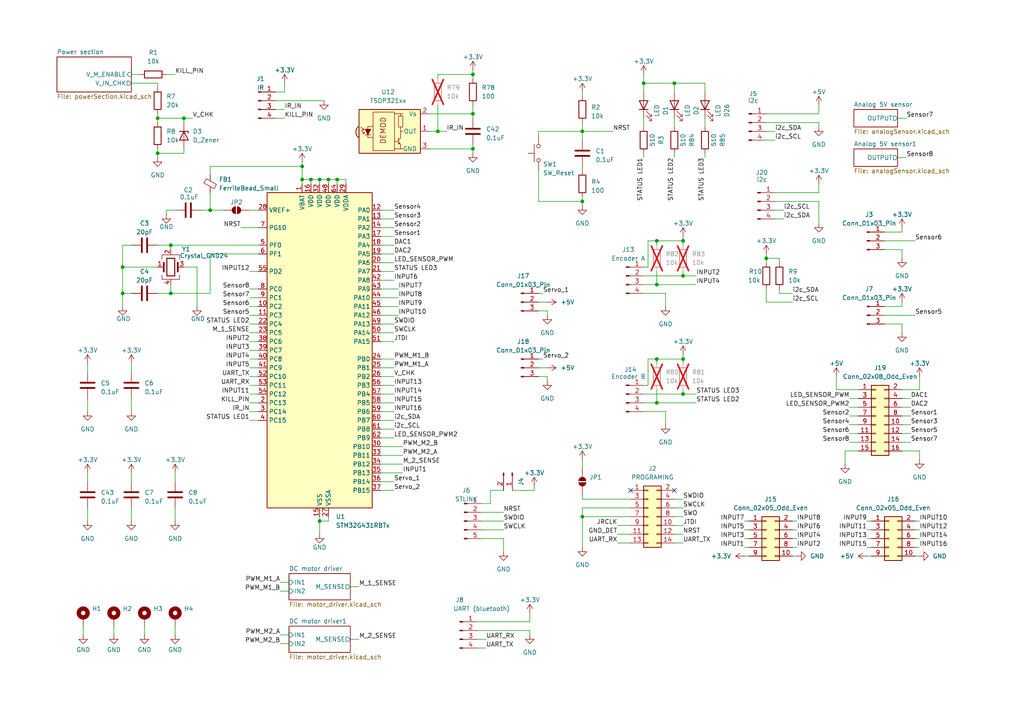
<source format=kicad_sch>
(kicad_sch (version 20250114) (generator "eeschema") (generator_version "9.0")
  (paper "A4")
  (junction (at 190.5 82.55))
  (junction (at 137.16 21.59))
  (junction (at 168.91 58.42))
  (junction (at 49.53 85.09))
  (junction (at 198.12 80.01))
  (junction (at 190.5 116.84))
  (junction (at 222.25 74.93))
  (junction (at 35.56 77.47))
  (junction (at 195.58 24.13))
  (junction (at 92.71 52.07))
  (junction (at 60.96 60.96))
  (junction (at 190.5 104.14))
  (junction (at 198.12 69.85))
  (junction (at 127 38.1))
  (junction (at 198.12 114.3))
  (junction (at 92.71 151.13))
  (junction (at 53.34 34.29))
  (junction (at 45.72 34.29))
  (junction (at 87.63 48.26))
  (junction (at 45.72 44.45))
  (junction (at 168.91 38.1))
  (junction (at 137.16 33.02))
  (junction (at 90.17 52.07))
  (junction (at 49.53 71.12))
  (junction (at 137.16 43.18))
  (junction (at 198.12 104.14))
  (junction (at 87.63 52.07))
  (junction (at 190.5 69.85))
  (junction (at 97.79 52.07))
  (junction (at 35.56 85.09))
  (junction (at 168.91 149.86))
  (junction (at 186.69 24.13))
  (junction (at 95.25 52.07))
  (no_connect (at 182.88 142.24))
  (no_connect (at 195.58 142.24))
  (wire (pts (xy 158.75 90.17) (xy 158.75 91.44)))
  (wire (pts (xy 110.49 134.62) (xy 116.84 134.62)))
  (wire (pts (xy 92.71 52.07) (xy 90.17 52.07)))
  (wire (pts (xy 139.7 151.13) (xy 146.05 151.13)))
  (wire (pts (xy 224.79 55.88) (xy 237.49 55.88)))
  (wire (pts (xy 229.87 161.29) (xy 231.14 161.29)))
  (wire (pts (xy 168.91 144.78) (xy 182.88 144.78)))
  (wire (pts (xy 127 22.86) (xy 127 21.59)))
  (wire (pts (xy 142.24 146.05) (xy 139.7 146.05)))
  (wire (pts (xy 226.06 76.2) (xy 226.06 74.93)))
  (wire (pts (xy 142.24 142.24) (xy 146.05 142.24)))
  (wire (pts (xy 168.91 143.51) (xy 168.91 144.78)))
  (wire (pts (xy 157.48 104.14) (xy 156.21 104.14)))
  (wire (pts (xy 97.79 52.07) (xy 95.25 52.07)))
  (wire (pts (xy 245.11 134.62) (xy 245.11 130.81)))
  (wire (pts (xy 215.9 153.67) (xy 217.17 153.67)))
  (wire (pts (xy 50.8 181.61) (xy 50.8 184.15)))
  (wire (pts (xy 179.07 157.48) (xy 182.88 157.48)))
  (wire (pts (xy 127 21.59) (xy 137.16 21.59)))
  (wire (pts (xy 139.7 148.59) (xy 146.05 148.59)))
  (wire (pts (xy 156.21 58.42) (xy 156.21 49.53)))
  (wire (pts (xy 256.54 93.98) (xy 261.62 93.98)))
  (wire (pts (xy 190.5 82.55) (xy 201.93 82.55)))
  (wire (pts (xy 168.91 38.1) (xy 177.8 38.1)))
  (wire (pts (xy 246.38 115.57) (xy 248.92 115.57)))
  (wire (pts (xy 87.63 46.99) (xy 87.63 48.26)))
  (wire (pts (xy 186.69 80.01) (xy 198.12 80.01)))
  (wire (pts (xy 97.79 53.34) (xy 97.79 52.07)))
  (wire (pts (xy 82.55 26.67) (xy 82.55 24.13)))
  (wire (pts (xy 246.38 123.19) (xy 248.92 123.19)))
  (wire (pts (xy 50.8 60.96) (xy 48.26 60.96)))
  (wire (pts (xy 195.58 157.48) (xy 198.12 157.48)))
  (wire (pts (xy 168.91 38.1) (xy 168.91 40.64)))
  (wire (pts (xy 72.39 88.9) (xy 74.93 88.9)))
  (wire (pts (xy 72.39 78.74) (xy 74.93 78.74)))
  (wire (pts (xy 114.3 106.68) (xy 110.49 106.68)))
  (wire (pts (xy 242.57 113.03) (xy 248.92 113.03)))
  (wire (pts (xy 193.04 88.9) (xy 193.04 85.09)))
  (wire (pts (xy 25.4 139.7) (xy 25.4 137.16)))
  (wire (pts (xy 110.49 114.3) (xy 114.3 114.3)))
  (wire (pts (xy 187.96 77.47) (xy 186.69 77.47)))
  (wire (pts (xy 48.26 60.96) (xy 48.26 62.23)))
  (wire (pts (xy 195.58 34.29) (xy 195.58 36.83)))
  (wire (pts (xy 256.54 72.39) (xy 261.62 72.39)))
  (wire (pts (xy 49.53 72.39) (xy 49.53 71.12)))
  (wire (pts (xy 262.89 45.72) (xy 260.35 45.72)))
  (wire (pts (xy 81.28 186.69) (xy 83.82 186.69)))
  (wire (pts (xy 124.46 43.18) (xy 137.16 43.18)))
  (wire (pts (xy 114.3 119.38) (xy 110.49 119.38)))
  (wire (pts (xy 154.94 142.24) (xy 148.59 142.24)))
  (wire (pts (xy 157.48 85.09) (xy 156.21 85.09)))
  (wire (pts (xy 45.72 71.12) (xy 49.53 71.12)))
  (wire (pts (xy 179.07 154.94) (xy 182.88 154.94)))
  (wire (pts (xy 24.13 181.61) (xy 24.13 184.15)))
  (wire (pts (xy 95.25 52.07) (xy 92.71 52.07)))
  (wire (pts (xy 237.49 55.88) (xy 237.49 53.34)))
  (wire (pts (xy 261.62 88.9) (xy 261.62 87.63)))
  (wire (pts (xy 35.56 85.09) (xy 35.56 88.9)))
  (wire (pts (xy 115.57 91.44) (xy 110.49 91.44)))
  (wire (pts (xy 53.34 34.29) (xy 53.34 35.56)))
  (wire (pts (xy 195.58 24.13) (xy 195.58 26.67)))
  (wire (pts (xy 153.67 180.34) (xy 153.67 177.8)))
  (wire (pts (xy 87.63 52.07) (xy 87.63 53.34)))
  (wire (pts (xy 69.85 66.04) (xy 74.93 66.04)))
  (wire (pts (xy 110.49 121.92) (xy 114.3 121.92)))
  (wire (pts (xy 101.6 170.18) (xy 104.14 170.18)))
  (wire (pts (xy 137.16 33.02) (xy 137.16 34.29)))
  (wire (pts (xy 264.16 125.73) (xy 261.62 125.73)))
  (wire (pts (xy 138.43 180.34) (xy 153.67 180.34)))
  (wire (pts (xy 226.06 83.82) (xy 226.06 85.09)))
  (wire (pts (xy 127 38.1) (xy 124.46 38.1)))
  (wire (pts (xy 57.15 77.47) (xy 57.15 88.9)))
  (wire (pts (xy 198.12 69.85) (xy 198.12 68.58)))
  (wire (pts (xy 251.46 158.75) (xy 252.73 158.75)))
  (wire (pts (xy 231.14 158.75) (xy 229.87 158.75)))
  (wire (pts (xy 265.43 161.29) (xy 266.7 161.29)))
  (wire (pts (xy 114.3 139.7) (xy 110.49 139.7)))
  (wire (pts (xy 35.56 77.47) (xy 35.56 85.09)))
  (wire (pts (xy 186.69 21.59) (xy 186.69 24.13)))
  (wire (pts (xy 198.12 104.14) (xy 198.12 102.87)))
  (wire (pts (xy 187.96 104.14) (xy 190.5 104.14)))
  (wire (pts (xy 81.28 171.45) (xy 83.82 171.45)))
  (wire (pts (xy 110.49 96.52) (xy 114.3 96.52)))
  (wire (pts (xy 193.04 123.19) (xy 193.04 119.38)))
  (wire (pts (xy 25.4 115.57) (xy 25.4 119.38)))
  (wire (pts (xy 114.3 81.28) (xy 110.49 81.28)))
  (wire (pts (xy 142.24 142.24) (xy 142.24 146.05)))
  (wire (pts (xy 129.54 38.1) (xy 127 38.1)))
  (wire (pts (xy 198.12 78.74) (xy 198.12 80.01)))
  (wire (pts (xy 198.12 113.03) (xy 198.12 114.3)))
  (wire (pts (xy 260.35 34.29) (xy 262.89 34.29)))
  (wire (pts (xy 237.49 36.83) (xy 237.49 35.56)))
  (wire (pts (xy 72.39 99.06) (xy 74.93 99.06)))
  (wire (pts (xy 222.25 38.1) (xy 224.79 38.1)))
  (wire (pts (xy 137.16 43.18) (xy 137.16 44.45)))
  (wire (pts (xy 187.96 104.14) (xy 187.96 111.76)))
  (wire (pts (xy 110.49 137.16) (xy 116.84 137.16)))
  (wire (pts (xy 72.39 111.76) (xy 74.93 111.76)))
  (wire (pts (xy 110.49 63.5) (xy 114.3 63.5)))
  (wire (pts (xy 110.49 71.12) (xy 114.3 71.12)))
  (wire (pts (xy 138.43 187.96) (xy 140.97 187.96)))
  (wire (pts (xy 53.34 77.47) (xy 57.15 77.47)))
  (wire (pts (xy 90.17 52.07) (xy 90.17 53.34)))
  (wire (pts (xy 222.25 74.93) (xy 226.06 74.93)))
  (wire (pts (xy 60.96 73.66) (xy 74.93 73.66)))
  (wire (pts (xy 168.91 58.42) (xy 168.91 59.69)))
  (wire (pts (xy 266.7 133.35) (xy 266.7 130.81)))
  (wire (pts (xy 49.53 71.12) (xy 74.93 71.12)))
  (wire (pts (xy 198.12 69.85) (xy 198.12 71.12)))
  (wire (pts (xy 87.63 52.07) (xy 90.17 52.07)))
  (wire (pts (xy 97.79 52.07) (xy 100.33 52.07)))
  (wire (pts (xy 251.46 161.29) (xy 252.73 161.29)))
  (wire (pts (xy 265.43 156.21) (xy 266.7 156.21)))
  (wire (pts (xy 38.1 107.95) (xy 38.1 105.41)))
  (wire (pts (xy 114.3 142.24) (xy 110.49 142.24)))
  (wire (pts (xy 35.56 71.12) (xy 38.1 71.12)))
  (wire (pts (xy 138.43 185.42) (xy 140.97 185.42)))
  (wire (pts (xy 139.7 156.21) (xy 146.05 156.21)))
  (wire (pts (xy 92.71 52.07) (xy 92.71 53.34)))
  (wire (pts (xy 261.62 72.39) (xy 261.62 74.93)))
  (wire (pts (xy 168.91 149.86) (xy 182.88 149.86)))
  (wire (pts (xy 266.7 113.03) (xy 261.62 113.03)))
  (wire (pts (xy 72.39 96.52) (xy 74.93 96.52)))
  (wire (pts (xy 215.9 158.75) (xy 217.17 158.75)))
  (wire (pts (xy 60.96 60.96) (xy 64.77 60.96)))
  (wire (pts (xy 49.53 85.09) (xy 60.96 85.09)))
  (wire (pts (xy 50.8 139.7) (xy 50.8 137.16)))
  (wire (pts (xy 226.06 85.09) (xy 229.87 85.09)))
  (wire (pts (xy 110.49 109.22) (xy 114.3 109.22)))
  (wire (pts (xy 87.63 48.26) (xy 87.63 52.07)))
  (wire (pts (xy 153.67 184.15) (xy 153.67 182.88)))
  (wire (pts (xy 38.1 115.57) (xy 38.1 119.38)))
  (wire (pts (xy 137.16 41.91) (xy 137.16 43.18)))
  (wire (pts (xy 190.5 104.14) (xy 198.12 104.14)))
  (wire (pts (xy 92.71 151.13) (xy 92.71 154.94)))
  (wire (pts (xy 45.72 34.29) (xy 45.72 35.56)))
  (wire (pts (xy 87.63 48.26) (xy 60.96 48.26)))
  (wire (pts (xy 58.42 60.96) (xy 60.96 60.96)))
  (wire (pts (xy 168.91 58.42) (xy 168.91 57.15)))
  (wire (pts (xy 33.02 181.61) (xy 33.02 184.15)))
  (wire (pts (xy 72.39 116.84) (xy 74.93 116.84)))
  (wire (pts (xy 204.47 24.13) (xy 204.47 26.67)))
  (wire (pts (xy 110.49 132.08) (xy 116.84 132.08)))
  (wire (pts (xy 190.5 116.84) (xy 201.93 116.84)))
  (wire (pts (xy 49.53 85.09) (xy 45.72 85.09)))
  (wire (pts (xy 246.38 128.27) (xy 248.92 128.27)))
  (wire (pts (xy 179.07 152.4) (xy 182.88 152.4)))
  (wire (pts (xy 80.01 31.75) (xy 82.55 31.75)))
  (wire (pts (xy 80.01 26.67) (xy 82.55 26.67)))
  (wire (pts (xy 110.49 127) (xy 114.3 127)))
  (wire (pts (xy 264.16 118.11) (xy 261.62 118.11)))
  (wire (pts (xy 110.49 76.2) (xy 114.3 76.2)))
  (wire (pts (xy 110.49 93.98) (xy 114.3 93.98)))
  (wire (pts (xy 193.04 119.38) (xy 186.69 119.38)))
  (wire (pts (xy 139.7 153.67) (xy 146.05 153.67)))
  (wire (pts (xy 246.38 125.73) (xy 248.92 125.73)))
  (wire (pts (xy 45.72 33.02) (xy 45.72 34.29)))
  (wire (pts (xy 154.94 140.97) (xy 154.94 142.24)))
  (wire (pts (xy 168.91 48.26) (xy 168.91 49.53)))
  (wire (pts (xy 222.25 33.02) (xy 237.49 33.02)))
  (wire (pts (xy 110.49 78.74) (xy 114.3 78.74)))
  (wire (pts (xy 261.62 120.65) (xy 264.16 120.65)))
  (wire (pts (xy 186.69 82.55) (xy 190.5 82.55)))
  (wire (pts (xy 72.39 119.38) (xy 74.93 119.38)))
  (wire (pts (xy 115.57 86.36) (xy 110.49 86.36)))
  (wire (pts (xy 137.16 20.32) (xy 137.16 21.59)))
  (wire (pts (xy 198.12 80.01) (xy 201.93 80.01)))
  (wire (pts (xy 95.25 53.34) (xy 95.25 52.07)))
  (wire (pts (xy 100.33 52.07) (xy 100.33 53.34)))
  (wire (pts (xy 186.69 34.29) (xy 186.69 36.83)))
  (wire (pts (xy 72.39 121.92) (xy 74.93 121.92)))
  (wire (pts (xy 35.56 71.12) (xy 35.56 77.47)))
  (wire (pts (xy 186.69 44.45) (xy 186.69 45.72)))
  (wire (pts (xy 53.34 44.45) (xy 45.72 44.45)))
  (wire (pts (xy 35.56 85.09) (xy 38.1 85.09)))
  (wire (pts (xy 256.54 67.31) (xy 261.62 67.31)))
  (wire (pts (xy 168.91 147.32) (xy 182.88 147.32)))
  (wire (pts (xy 261.62 123.19) (xy 264.16 123.19)))
  (wire (pts (xy 224.79 63.5) (xy 227.33 63.5)))
  (wire (pts (xy 115.57 83.82) (xy 110.49 83.82)))
  (wire (pts (xy 38.1 139.7) (xy 38.1 137.16)))
  (wire (pts (xy 114.3 116.84) (xy 110.49 116.84)))
  (wire (pts (xy 45.72 43.18) (xy 45.72 44.45)))
  (wire (pts (xy 72.39 60.96) (xy 74.93 60.96)))
  (wire (pts (xy 256.54 88.9) (xy 261.62 88.9)))
  (wire (pts (xy 60.96 85.09) (xy 60.96 73.66)))
  (wire (pts (xy 35.56 77.47) (xy 45.72 77.47)))
  (wire (pts (xy 101.6 185.42) (xy 104.14 185.42)))
  (wire (pts (xy 110.49 129.54) (xy 116.84 129.54)))
  (wire (pts (xy 114.3 68.58) (xy 110.49 68.58)))
  (wire (pts (xy 190.5 113.03) (xy 190.5 116.84)))
  (wire (pts (xy 261.62 67.31) (xy 261.62 66.04)))
  (wire (pts (xy 156.21 106.68) (xy 158.75 106.68)))
  (wire (pts (xy 72.39 114.3) (xy 74.93 114.3)))
  (wire (pts (xy 266.7 109.22) (xy 266.7 113.03)))
  (wire (pts (xy 80.01 29.21) (xy 93.98 29.21)))
  (wire (pts (xy 190.5 69.85) (xy 198.12 69.85)))
  (wire (pts (xy 156.21 90.17) (xy 158.75 90.17)))
  (wire (pts (xy 168.91 149.86) (xy 168.91 158.75)))
  (wire (pts (xy 222.25 74.93) (xy 222.25 76.2)))
  (wire (pts (xy 195.58 154.94) (xy 198.12 154.94)))
  (wire (pts (xy 186.69 24.13) (xy 186.69 26.67)))
  (wire (pts (xy 50.8 147.32) (xy 50.8 151.13)))
  (wire (pts (xy 168.91 35.56) (xy 168.91 38.1)))
  (wire (pts (xy 224.79 60.96) (xy 227.33 60.96)))
  (wire (pts (xy 187.96 69.85) (xy 187.96 77.47)))
  (wire (pts (xy 195.58 144.78) (xy 198.12 144.78)))
  (wire (pts (xy 256.54 91.44) (xy 265.43 91.44)))
  (wire (pts (xy 48.26 21.59) (xy 50.8 21.59)))
  (wire (pts (xy 115.57 88.9) (xy 110.49 88.9)))
  (wire (pts (xy 25.4 147.32) (xy 25.4 151.13)))
  (wire (pts (xy 110.49 60.96) (xy 114.3 60.96)))
  (wire (pts (xy 237.49 33.02) (xy 237.49 30.48)))
  (wire (pts (xy 25.4 107.95) (xy 25.4 105.41)))
  (wire (pts (xy 45.72 25.4) (xy 45.72 24.13)))
  (wire (pts (xy 237.49 35.56) (xy 222.25 35.56)))
  (wire (pts (xy 264.16 115.57) (xy 261.62 115.57)))
  (wire (pts (xy 41.91 181.61) (xy 41.91 184.15)))
  (wire (pts (xy 187.96 111.76) (xy 186.69 111.76)))
  (wire (pts (xy 45.72 24.13) (xy 38.1 24.13)))
  (wire (pts (xy 72.39 91.44) (xy 74.93 91.44)))
  (wire (pts (xy 186.69 114.3) (xy 198.12 114.3)))
  (wire (pts (xy 72.39 83.82) (xy 74.93 83.82)))
  (wire (pts (xy 114.3 104.14) (xy 110.49 104.14)))
  (wire (pts (xy 60.96 55.88) (xy 60.96 60.96)))
  (wire (pts (xy 242.57 109.22) (xy 242.57 113.03)))
  (wire (pts (xy 38.1 21.59) (xy 40.64 21.59)))
  (wire (pts (xy 168.91 58.42) (xy 156.21 58.42)))
  (wire (pts (xy 110.49 73.66) (xy 114.3 73.66)))
  (wire (pts (xy 81.28 184.15) (xy 83.82 184.15)))
  (wire (pts (xy 198.12 104.14) (xy 198.12 105.41)))
  (wire (pts (xy 156.21 87.63) (xy 158.75 87.63)))
  (wire (pts (xy 190.5 78.74) (xy 190.5 82.55)))
  (wire (pts (xy 60.96 48.26) (xy 60.96 50.8)))
  (wire (pts (xy 222.25 87.63) (xy 229.87 87.63)))
  (wire (pts (xy 38.1 147.32) (xy 38.1 151.13)))
  (wire (pts (xy 204.47 34.29) (xy 204.47 36.83)))
  (wire (pts (xy 81.28 168.91) (xy 83.82 168.91)))
  (wire (pts (xy 251.46 151.13) (xy 252.73 151.13)))
  (wire (pts (xy 186.69 24.13) (xy 195.58 24.13)))
  (wire (pts (xy 215.9 151.13) (xy 217.17 151.13)))
  (wire (pts (xy 114.3 66.04) (xy 110.49 66.04)))
  (wire (pts (xy 72.39 101.6) (xy 74.93 101.6)))
  (wire (pts (xy 80.01 34.29) (xy 82.55 34.29)))
  (wire (pts (xy 237.49 58.42) (xy 224.79 58.42)))
  (wire (pts (xy 195.58 152.4) (xy 198.12 152.4)))
  (wire (pts (xy 156.21 38.1) (xy 168.91 38.1)))
  (wire (pts (xy 95.25 149.86) (xy 95.25 151.13)))
  (wire (pts (xy 153.67 182.88) (xy 138.43 182.88)))
  (wire (pts (xy 251.46 153.67) (xy 252.73 153.67)))
  (wire (pts (xy 195.58 44.45) (xy 195.58 45.72)))
  (wire (pts (xy 261.62 93.98) (xy 261.62 96.52)))
  (wire (pts (xy 265.43 151.13) (xy 266.7 151.13)))
  (wire (pts (xy 215.9 156.21) (xy 217.17 156.21)))
  (wire (pts (xy 110.49 111.76) (xy 114.3 111.76)))
  (wire (pts (xy 246.38 118.11) (xy 248.92 118.11)))
  (wire (pts (xy 265.43 158.75) (xy 266.7 158.75)))
  (wire (pts (xy 127 30.48) (xy 127 38.1)))
  (wire (pts (xy 222.25 73.66) (xy 222.25 74.93)))
  (wire (pts (xy 251.46 156.21) (xy 252.73 156.21)))
  (wire (pts (xy 195.58 24.13) (xy 204.47 24.13)))
  (wire (pts (xy 256.54 69.85) (xy 265.43 69.85)))
  (wire (pts (xy 245.11 130.81) (xy 248.92 130.81)))
  (wire (pts (xy 264.16 128.27) (xy 261.62 128.27)))
  (wire (pts (xy 110.49 124.46) (xy 114.3 124.46)))
  (wire (pts (xy 266.7 130.81) (xy 261.62 130.81)))
  (wire (pts (xy 229.87 151.13) (xy 231.14 151.13)))
  (wire (pts (xy 222.25 83.82) (xy 222.25 87.63)))
  (wire (pts (xy 137.16 21.59) (xy 137.16 22.86)))
  (wire (pts (xy 229.87 156.21) (xy 231.14 156.21)))
  (wire (pts (xy 72.39 86.36) (xy 74.93 86.36)))
  (wire (pts (xy 204.47 44.45) (xy 204.47 45.72)))
  (wire (pts (xy 45.72 34.29) (xy 53.34 34.29)))
  (wire (pts (xy 49.53 82.55) (xy 49.53 85.09)))
  (wire (pts (xy 156.21 109.22) (xy 158.75 109.22)))
  (wire (pts (xy 53.34 34.29) (xy 55.88 34.29)))
  (wire (pts (xy 158.75 109.22) (xy 158.75 110.49)))
  (wire (pts (xy 195.58 149.86) (xy 198.12 149.86)))
  (wire (pts (xy 124.46 33.02) (xy 137.16 33.02)))
  (wire (pts (xy 168.91 147.32) (xy 168.91 149.86)))
  (wire (pts (xy 187.96 69.85) (xy 190.5 69.85)))
  (wire (pts (xy 45.72 45.72) (xy 45.72 44.45)))
  (wire (pts (xy 193.04 85.09) (xy 186.69 85.09)))
  (wire (pts (xy 190.5 69.85) (xy 190.5 71.12)))
  (wire (pts (xy 186.69 116.84) (xy 190.5 116.84)))
  (wire (pts (xy 156.21 39.37) (xy 156.21 38.1)))
  (wire (pts (xy 222.25 40.64) (xy 224.79 40.64)))
  (wire (pts (xy 168.91 26.67) (xy 168.91 27.94)))
  (wire (pts (xy 246.38 120.65) (xy 248.92 120.65)))
  (wire (pts (xy 110.49 99.06) (xy 114.3 99.06)))
  (wire (pts (xy 95.25 151.13) (xy 92.71 151.13)))
  (wire (pts (xy 237.49 64.77) (xy 237.49 58.42)))
  (wire (pts (xy 72.39 109.22) (xy 74.93 109.22)))
  (wire (pts (xy 72.39 104.14) (xy 74.93 104.14)))
  (wire (pts (xy 146.05 156.21) (xy 146.05 160.02)))
  (wire (pts (xy 168.91 133.35) (xy 168.91 135.89)))
  (wire (pts (xy 215.9 161.29) (xy 217.17 161.29)))
  (wire (pts (xy 72.39 106.68) (xy 74.93 106.68)))
  (wire (pts (xy 137.16 30.48) (xy 137.16 33.02)))
  (wire (pts (xy 72.39 93.98) (xy 74.93 93.98)))
  (wire (pts (xy 190.5 104.14) (xy 190.5 105.41)))
  (wire (pts (xy 92.71 149.86) (xy 92.71 151.13)))
  (wire (pts (xy 195.58 147.32) (xy 198.12 147.32)))
  (wire (pts (xy 198.12 114.3) (xy 201.93 114.3)))
  (wire (pts (xy 265.43 153.67) (xy 266.7 153.67)))
  (wire (pts (xy 229.87 153.67) (xy 231.14 153.67)))
  (wire (pts (xy 53.34 43.18) (xy 53.34 44.45)))
  (label "Sensor2" (at 114.3 66.04 0))
  (label "INPUT2" (at 201.93 80.01 0))
  (label "INPUT5" (at 72.39 106.68 180))
  (label "INPUT8" (at 115.57 86.36 0))
  (label "Sensor3" (at 114.3 63.5 0))
  (label "INPUT2" (at 231.14 158.75 0))
  (label "GND_DET" (at 179.07 154.94 180))
  (label "Sensor6" (at 246.38 125.73 180))
  (label "INPUT9" (at 251.46 151.13 180))
  (label "M_1_SENSE" (at 104.14 170.18 0))
  (label "Sensor4" (at 114.3 60.96 0))
  (label "Servo_1" (at 157.48 85.09 0))
  (label "SWDIO" (at 114.3 93.98 0))
  (label "i2c_SDA" (at 224.79 38.1 0))
  (label "STATUS LED3" (at 114.3 78.74 0))
  (label "INPUT14" (at 114.3 114.3 0))
  (label "UART_TX" (at 140.97 187.96 0))
  (label "DAC1" (at 264.16 115.57 0))
  (label "INPUT3" (at 215.9 156.21 180))
  (label "SWCLK" (at 146.05 153.67 0))
  (label "UART_RX" (at 140.97 185.42 0))
  (label "Sensor6" (at 265.43 69.85 0))
  (label "Sensor5" (at 72.39 91.44 180))
  (label "INPUT4" (at 201.93 82.55 0))
  (label "INPUT4" (at 231.14 156.21 0))
  (label "UART_RX" (at 179.07 157.48 180))
  (label "LED_SENSOR_PWM2" (at 114.3 127 0))
  (label "INPUT11" (at 251.46 153.67 180))
  (label "INPUT7" (at 115.57 83.82 0))
  (label "STATUS LED2" (at 72.39 93.98 180))
  (label "INPUT11" (at 72.39 114.3 180))
  (label "INPUT16" (at 266.7 158.75 0))
  (label "UART_RX" (at 72.39 111.76 180))
  (label "SWO" (at 198.12 149.86 0))
  (label "NRST" (at 69.85 66.04 180))
  (label "IR_IN" (at 129.54 38.1 0))
  (label "STATUS LED3" (at 204.47 45.72 270))
  (label "DAC2" (at 114.3 73.66 0))
  (label "PWM_M1_A" (at 81.28 168.91 180))
  (label "i2c_SCL" (at 114.3 124.46 0))
  (label "Sensor8" (at 246.38 128.27 180))
  (label "NRST" (at 146.05 148.59 0))
  (label "NRST" (at 198.12 154.94 0))
  (label "Sensor8" (at 72.39 83.82 180))
  (label "INPUT7" (at 215.9 151.13 180))
  (label "KILL_PIN" (at 82.55 34.29 0))
  (label "IR_IN" (at 72.39 119.38 180))
  (label "INPUT13" (at 114.3 111.76 0))
  (label "LED_SENSOR_PWM" (at 246.38 115.57 180))
  (label "IR_IN" (at 82.55 31.75 0))
  (label "M_2_SENSE" (at 116.84 134.62 0))
  (label "Sensor7" (at 72.39 86.36 180))
  (label "INPUT2" (at 72.39 99.06 180))
  (label "Sensor7" (at 264.16 128.27 0))
  (label "PWM_M2_B" (at 116.84 129.54 0))
  (label "INPUT6" (at 114.3 81.28 0))
  (label "PWM_M2_A" (at 81.28 184.15 180))
  (label "INPUT15" (at 251.46 158.75 180))
  (label "JTDI" (at 114.3 99.06 0))
  (label "i2c_SCL" (at 229.87 87.63 0))
  (label "i2c_SCL" (at 224.79 40.64 0))
  (label "KILL_PIN" (at 72.39 116.84 180))
  (label "JTDI" (at 198.12 152.4 0))
  (label "STATUS LED3" (at 201.93 114.3 0))
  (label "INPUT13" (at 251.46 156.21 180))
  (label "Sensor4" (at 246.38 123.19 180))
  (label "SWDIO" (at 198.12 144.78 0))
  (label "STATUS LED2" (at 195.58 45.72 270))
  (label "Sensor6" (at 72.39 88.9 180))
  (label "SWCLK" (at 114.3 96.52 0))
  (label "INPUT9" (at 115.57 88.9 0))
  (label "INPUT16" (at 114.3 119.38 0))
  (label "Servo_1" (at 114.3 139.7 0))
  (label "INPUT10" (at 266.7 151.13 0))
  (label "i2c_SDA" (at 114.3 121.92 0))
  (label "INPUT3" (at 72.39 101.6 180))
  (label "V_CHK" (at 55.88 34.29 0))
  (label "V_CHK" (at 114.3 109.22 0))
  (label "UART_TX" (at 198.12 157.48 0))
  (label "DAC1" (at 114.3 71.12 0))
  (label "UART_TX" (at 72.39 109.22 180))
  (label "INPUT10" (at 115.57 91.44 0))
  (label "NRST" (at 177.8 38.1 0))
  (label "SWCLK" (at 198.12 147.32 0))
  (label "INPUT14" (at 266.7 156.21 0))
  (label "LED_SENSOR_PWM" (at 114.3 76.2 0))
  (label "JRCLK" (at 179.07 152.4 180))
  (label "DAC2" (at 264.16 118.11 0))
  (label "INPUT8" (at 231.14 151.13 0))
  (label "INPUT1" (at 215.9 158.75 180))
  (label "STATUS LED2" (at 201.93 116.84 0))
  (label "SWDIO" (at 146.05 151.13 0))
  (label "INPUT4" (at 72.39 104.14 180))
  (label "i2c_SDA" (at 229.87 85.09 0))
  (label "INPUT12" (at 72.39 78.74 180))
  (label "INPUT6" (at 231.14 153.67 0))
  (label "KILL_PIN" (at 50.8 21.59 0))
  (label "Sensor1" (at 264.16 120.65 0))
  (label "LED_SENSOR_PWM2" (at 246.38 118.11 180))
  (label "PWM_M1_B" (at 81.28 171.45 180))
  (label "Sensor2" (at 246.38 120.65 180))
  (label "i2c_SCL" (at 227.33 60.96 0))
  (label "Sensor1" (at 114.3 68.58 0))
  (label "i2c_SDA" (at 227.33 63.5 0))
  (label "PWM_M1_A" (at 114.3 106.68 0))
  (label "Sensor7" (at 262.89 34.29 0))
  (label "Sensor5" (at 265.43 91.44 0))
  (label "INPUT5" (at 215.9 153.67 180))
  (label "PWM_M2_A" (at 116.84 132.08 0))
  (label "M_2_SENSE" (at 104.14 185.42 0))
  (label "INPUT15" (at 114.3 116.84 0))
  (label "M_1_SENSE" (at 72.39 96.52 180))
  (label "Servo_2" (at 114.3 142.24 0))
  (label "PWM_M1_B" (at 114.3 104.14 0))
  (label "Servo_2" (at 157.48 104.14 0))
  (label "Sensor8" (at 262.89 45.72 0))
  (label "INPUT12" (at 266.7 153.67 0))
  (label "Sensor5" (at 264.16 125.73 0))
  (label "STATUS LED1" (at 186.69 45.72 270))
  (label "INPUT1" (at 116.84 137.16 0))
  (label "STATUS LED1" (at 72.39 121.92 180))
  (label "PWM_M2_B" (at 81.28 186.69 180))
  (label "Sensor3" (at 264.16 123.19 0))
  (symbol (lib_id "symbol_library:C") (at 25.4 111.76 0) (unit 1)
    (property "Reference" "C5" (at 29.21 111.125 0) (effects (justify left)))
    (property "Value" "0.1uF" (at 29.21 113.665 0) (effects (justify left)))
    (property "Footprint" "Capacitor_SMD:C_0603_1608Metric_Pad1.08x0.95mm_HandSolder" (effects (hide yes)))
  )
  (symbol (lib_id "symbol_library:+5V") (at 242.57 109.22 0) (unit 1)
    (property "Reference" "#PWR041" (effects (hide yes)))
    (property "Value" "+5V" (at 242.57 105.41 0))
  )
  (symbol (lib_id "symbol_library:+3.3V") (at 215.9 161.29 90) (unit 1)
    (property "Reference" "#PWR0147" (effects (hide yes)))
    (property "Value" "+3.3V" (at 212.09 161.2899 90) (effects (justify left)))
  )
  (symbol (lib_id "symbol_library:SolderJumper_2_Open") (at 68.58 60.96 0) (unit 1)
    (property "Reference" "JP2" (at 68.58 58.674 0))
    (property "Value" "SolderJumper_2_Open" (effects (hide yes)))
    (property "Footprint" "Jumper:SolderJumper-2_P1.3mm_Open_RoundedPad1.0x1.5mm" (effects (hide yes)))
    (property "Description" "Solder Jumper, 2-pole, open" (effects (hide yes)))
  )
  (symbol (lib_id "symbol_library:R") (at 168.91 53.34 0) (unit 1)
    (property "Reference" "R4" (at 171.45 52.705 0) (effects (justify left)))
    (property "Value" "100" (at 171.45 55.245 0) (effects (justify left)))
    (property "Footprint" "Resistor_SMD:R_0805_2012Metric_Pad1.20x1.40mm_HandSolder" (effects (hide yes)))
  )
  (symbol (lib_id "symbol_library:GND") (at 237.49 64.77 0) (unit 1)
    (property "Reference" "#PWR046" (effects (hide yes)))
    (property "Value" "GND" (at 237.49 69.85 0))
  )
  (symbol (lib_id "symbol_library:Conn_01x04_Pin") (at 217.17 35.56 0) (unit 1)
    (property "Reference" "J5" (at 218.44 27.178 0))
    (property "Value" "i2c" (at 218.44 29.21 0))
    (property "Footprint" "Connector_PinSocket_2.54mm:PinSocket_1x04_P2.54mm_Vertical" (effects (hide yes)))
  )
  (symbol (lib_id "symbol_library:C") (at 41.91 85.09 270) (unit 1)
    (property "Reference" "C4" (at 41.91 78.74 90))
    (property "Value" "20pF" (at 41.91 81.28 90))
    (property "Footprint" "Capacitor_SMD:C_0805_2012Metric_Pad1.18x1.45mm_HandSolder" (effects (hide yes)))
  )
  (symbol (lib_id "symbol_library:Conn_01x02_Pin") (at 148.59 137.16 270) (unit 1)
    (property "Reference" "J4" (at 151.13 139.7 0))
    (property "Value" "Conn_01x02_Pin" (effects (hide yes)))
    (property "Footprint" "Connector_PinHeader_2.54mm:PinHeader_1x02_P2.54mm_Vertical" (effects (hide yes)))
  )
  (symbol (lib_name "GND_3") (lib_id "symbol_library:GND_3") (at 158.75 110.49 0) (unit 1)
    (property "Reference" "#PWR0152" (effects (hide yes)))
    (property "Value" "GND" (at 158.75 115.57 0))
    (property "Description" "Power symbol creates a global label with name \"GND\" , ground" (effects (hide yes)))
  )
  (symbol (lib_id "symbol_library:R") (at 195.58 40.64 0) (unit 1)
    (property "Reference" "R84" (at 200.66 40.64 90))
    (property "Value" "510" (at 198.12 40.64 90))
    (property "Footprint" "Resistor_SMD:R_0805_2012Metric_Pad1.20x1.40mm_HandSolder" (effects (hide yes)))
  )
  (symbol (lib_id "symbol_library:Conn_02x07_Odd_Even") (at 187.96 149.86 0) (unit 1)
    (property "Reference" "J2" (at 189.23 135.89 0))
    (property "Value" "PROGRAMING" (at 189.23 138.43 0))
    (property "Footprint" "Connector_PinHeader_1.27mm:PinHeader_2x07_P1.27mm_Vertical_SMD" (effects (hide yes)))
    (property "Description" "Generic connector, double row, 02x07, odd/even pin numbering scheme (row 1 odd numbers, row 2 even numbers), script generated (kicad-library-utils/schlib/autogen/connector/)" (effects (hide yes)))
  )
  (symbol (lib_id "symbol_library:MountingHole_Pad") (at 50.8 179.07 0) (unit 1)
    (property "Reference" "H4" (at 53.34 176.5299 0) (effects (justify left)))
    (property "Value" "MountingHole_Pad" (effects (hide yes)))
    (property "Footprint" "MountingHole:MountingHole_3.2mm_M3_ISO14580_Pad" (effects (hide yes)))
    (property "Description" "Mounting Hole with connection" (effects (hide yes)))
  )
  (symbol (lib_id "symbol_library:GND") (at 25.4 119.38 0) (unit 1)
    (property "Reference" "#PWR022" (effects (hide yes)))
    (property "Value" "GND" (at 25.4 124.46 0))
  )
  (symbol (lib_id "symbol_library:GND") (at 266.7 161.29 90) (unit 1)
    (property "Reference" "#PWR0145" (effects (hide yes)))
    (property "Value" "GND" (at 270.51 161.2899 90) (effects (justify right)))
  )
  (symbol (lib_id "symbol_library:Conn_01x04_Pin") (at 181.61 80.01 0) (unit 1)
    (property "Reference" "J13" (at 182.245 72.39 0))
    (property "Value" "Encoder A" (at 182.245 74.93 0))
    (property "Footprint" "Connector_Molex:Molex_KK-254_AE-6410-04A_1x04_P2.54mm_Vertical" (effects (hide yes)))
    (property "Description" "Generic connector, single row, 01x04, script generated" (effects (hide yes)))
  )
  (symbol (lib_name "GND_3") (lib_id "symbol_library:GND_3") (at 266.7 133.35 0) (unit 1)
    (property "Reference" "#PWR043" (effects (hide yes)))
    (property "Value" "GND" (at 266.7 138.43 0))
    (property "Description" "Power symbol creates a global label with name \"GND\" , ground" (effects (hide yes)))
  )
  (symbol (lib_id "symbol_library:LED") (at 204.47 30.48 90) (unit 1)
    (property "Reference" "D26" (at 210.82 32.0675 0))
    (property "Value" "LED" (at 208.28 32.0675 0))
    (property "Footprint" "LED_SMD:LED_0603_1608Metric_Pad1.05x0.95mm_HandSolder" (effects (hide yes)))
  )
  (symbol (lib_id "symbol_library:R") (at 168.91 31.75 0) (unit 1)
    (property "Reference" "R2" (at 171.45 31.115 0) (effects (justify left)))
    (property "Value" "10k" (at 171.45 33.655 0) (effects (justify left)))
    (property "Footprint" "Resistor_SMD:R_0805_2012Metric_Pad1.20x1.40mm_HandSolder" (effects (hide yes)))
  )
  (symbol (lib_id "symbol_library:GND") (at 38.1 151.13 0) (unit 1)
    (property "Reference" "#PWR028" (effects (hide yes)))
    (property "Value" "GND" (at 38.1 156.21 0))
  )
  (symbol (lib_id "symbol_library:LED") (at 195.58 30.48 90) (unit 1)
    (property "Reference" "D2" (at 201.93 32.0675 0))
    (property "Value" "LED" (at 199.39 32.0675 0))
    (property "Footprint" "LED_SMD:LED_0603_1608Metric_Pad1.05x0.95mm_HandSolder" (effects (hide yes)))
  )
  (symbol (lib_id "symbol_library:R") (at 198.12 74.93 0) (unit 1) (in_bom no) (dnp yes)
    (property "Reference" "R83" (at 200.66 73.6599 0) (effects (justify left)))
    (property "Value" "10k" (at 200.66 76.1999 0) (effects (justify left)))
    (property "Footprint" "Resistor_SMD:R_0603_1608Metric_Pad0.98x0.95mm_HandSolder" (effects (hide yes)))
    (property "Description" "Resistor" (effects (hide yes)))
  )
  (symbol (lib_id "symbol_library:R") (at 226.06 80.01 180) (unit 1)
    (property "Reference" "R9" (at 228.6 78.7399 0) (effects (justify right)))
    (property "Value" "10k" (at 228.6 81.2799 0) (effects (justify right)))
    (property "Footprint" "Resistor_SMD:R_0603_1608Metric_Pad0.98x0.95mm_HandSolder" (effects (hide yes)))
    (property "Description" "Resistor" (effects (hide yes)))
  )
  (symbol (lib_id "symbol_library:GND") (at 237.49 36.83 0) (unit 1)
    (property "Reference" "#PWR014" (effects (hide yes)))
    (property "Value" "GND" (at 237.49 41.91 0))
  )
  (symbol (lib_id "symbol_library:+3.3V") (at 186.69 21.59 0) (unit 1)
    (property "Reference" "#PWR03" (effects (hide yes)))
    (property "Value" "+3.3V" (at 186.69 17.78 0))
  )
  (symbol (lib_id "symbol_library:Conn_01x03_Pin") (at 251.46 69.85 0) (unit 1)
    (property "Reference" "J3" (at 252.095 62.23 0))
    (property "Value" "Conn_01x03_Pin" (at 252.095 64.77 0))
    (property "Footprint" "Connector_PinHeader_2.54mm:PinHeader_1x03_P2.54mm_Vertical" (effects (hide yes)))
    (property "Description" "Generic connector, single row, 01x03, script generated" (effects (hide yes)))
  )
  (symbol (lib_id "symbol_library:MountingHole_Pad") (at 33.02 179.07 0) (unit 1)
    (property "Reference" "H2" (at 35.56 176.5299 0) (effects (justify left)))
    (property "Value" "MountingHole_Pad" (effects (hide yes)))
    (property "Footprint" "MountingHole:MountingHole_3.2mm_M3_ISO14580_Pad" (effects (hide yes)))
    (property "Description" "Mounting Hole with connection" (effects (hide yes)))
  )
  (symbol (lib_id "symbol_library:+3.3V") (at 168.91 26.67 0) (unit 1)
    (property "Reference" "#PWR02" (effects (hide yes)))
    (property "Value" "+3.3V" (at 168.91 22.86 0))
  )
  (symbol (lib_id "symbol_library:GND") (at 38.1 119.38 0) (unit 1)
    (property "Reference" "#PWR023" (effects (hide yes)))
    (property "Value" "GND" (at 38.1 124.46 0))
  )
  (symbol (lib_id "symbol_library:+3.3V") (at 266.7 109.22 0) (unit 1)
    (property "Reference" "#PWR040" (effects (hide yes)))
    (property "Value" "+3.3V" (at 266.7 105.41 0))
  )
  (symbol (lib_name "GND_1") (lib_id "symbol_library:GND_1") (at 41.91 184.15 0) (unit 1)
    (property "Reference" "#PWR033" (effects (hide yes)))
    (property "Value" "GND" (at 41.91 188.468 0))
    (property "Description" "Power symbol creates a global label with name \"GND\" , ground" (effects (hide yes)))
  )
  (symbol (lib_id "symbol_library:LED") (at 186.69 30.48 90) (unit 1)
    (property "Reference" "D1" (at 193.04 32.0675 0))
    (property "Value" "LED" (at 190.5 32.0675 0))
    (property "Footprint" "LED_SMD:LED_0603_1608Metric_Pad1.05x0.95mm_HandSolder" (effects (hide yes)))
  )
  (symbol (lib_id "symbol_library:Conn_01x03_Pin") (at 151.13 87.63 0) (unit 1)
    (property "Reference" "J17" (at 151.765 80.01 0))
    (property "Value" "Conn_01x03_Pin" (at 151.765 82.55 0))
    (property "Footprint" "Connector_PinHeader_2.54mm:PinHeader_1x03_P2.54mm_Vertical" (effects (hide yes)))
    (property "Description" "Generic connector, single row, 01x03, script generated" (effects (hide yes)))
  )
  (symbol (lib_id "symbol_library:R") (at 45.72 39.37 180) (unit 1)
    (property "Reference" "R8" (at 48.26 38.0999 0) (effects (justify right)))
    (property "Value" "10k" (at 48.26 40.6399 0) (effects (justify right)))
    (property "Footprint" "Resistor_SMD:R_0603_1608Metric_Pad0.98x0.95mm_HandSolder" (effects (hide yes)))
    (property "Description" "Resistor" (effects (hide yes)))
  )
  (symbol (lib_id "symbol_library:GND") (at 25.4 151.13 0) (unit 1)
    (property "Reference" "#PWR0140" (effects (hide yes)))
    (property "Value" "GND" (at 25.4 156.21 0))
  )
  (symbol (lib_id "symbol_library:GND") (at 45.72 45.72 0) (unit 1)
    (property "Reference" "#PWR05" (effects (hide yes)))
    (property "Value" "GND" (at 45.72 50.8 0))
  )
  (symbol (lib_id "symbol_library:C") (at 50.8 143.51 0) (unit 1)
    (property "Reference" "C8" (at 54.61 142.875 0) (effects (justify left)))
    (property "Value" "0.1uF" (at 54.61 145.415 0) (effects (justify left)))
    (property "Footprint" "Capacitor_SMD:C_0603_1608Metric_Pad1.08x0.95mm_HandSolder" (effects (hide yes)))
  )
  (symbol (lib_id "symbol_library:C") (at 41.91 71.12 270) (unit 1)
    (property "Reference" "C3" (at 41.91 64.77 90))
    (property "Value" "20pF" (at 41.91 67.31 90))
    (property "Footprint" "Capacitor_SMD:C_0805_2012Metric_Pad1.18x1.45mm_HandSolder" (effects (hide yes)))
  )
  (symbol (lib_id "symbol_library:+3.3V") (at 87.63 46.99 0) (unit 1)
    (property "Reference" "#PWR06" (effects (hide yes)))
    (property "Value" "+3.3V" (at 87.63 43.18 0))
  )
  (symbol (lib_id "symbol_library:+5V") (at 158.75 87.63 270) (unit 1)
    (property "Reference" "#PWR0149" (effects (hide yes)))
    (property "Value" "+5V" (at 162.56 87.6299 90) (effects (justify left)))
  )
  (symbol (lib_id "symbol_library:STM32G431RBTx") (at 92.71 101.6 0) (unit 1)
    (property "Reference" "U1" (at 97.3933 149.86 0) (effects (justify left)))
    (property "Value" "STM32G431RBTx" (at 97.3933 152.4 0) (effects (justify left)))
    (property "Footprint" "Package_QFP:LQFP-64_10x10mm_P0.5mm" (effects (hide yes)))
    (property "Datasheet" "https://www.st.com/resource/en/datasheet/stm32g431rb.pdf" (effects (hide yes)))
    (property "Description" "STMicroelectronics Arm Cortex-M4 MCU, 128KB flash, 32KB RAM, 170 MHz, 1.71-3.6V, 52 GPIO, LQFP64" (effects (hide yes)))
  )
  (symbol (lib_id "symbol_library:+3.3V") (at 222.25 73.66 0) (unit 1)
    (property "Reference" "#PWR047" (effects (hide yes)))
    (property "Value" "+3.3V" (at 222.25 69.85 0))
  )
  (symbol (lib_id "symbol_library:Conn_02x05_Odd_Even") (at 222.25 156.21 0) (unit 1)
    (property "Reference" "J15" (at 223.52 144.78 0))
    (property "Value" "Conn_02x05_Odd_Even" (at 223.52 147.32 0))
    (property "Footprint" "Connector_IDC:IDC-Header_2x05_P2.54mm_Vertical" (effects (hide yes)))
    (property "Description" "Generic connector, double row, 02x05, odd/even pin numbering scheme (row 1 odd numbers, row 2 even numbers), script generated (kicad-library-utils/schlib/autogen/connector/)" (effects (hide yes)))
  )
  (symbol (lib_id "symbol_library:R") (at 186.69 40.64 0) (unit 1)
    (property "Reference" "R3" (at 191.77 40.64 90))
    (property "Value" "510" (at 189.23 40.64 90))
    (property "Footprint" "Resistor_SMD:R_0805_2012Metric_Pad1.20x1.40mm_HandSolder" (effects (hide yes)))
  )
  (symbol (lib_id "symbol_library:C") (at 38.1 111.76 0) (unit 1)
    (property "Reference" "C6" (at 41.91 111.125 0) (effects (justify left)))
    (property "Value" "0.1uF" (at 41.91 113.665 0) (effects (justify left)))
    (property "Footprint" "Capacitor_SMD:C_0603_1608Metric_Pad1.08x0.95mm_HandSolder" (effects (hide yes)))
  )
  (symbol (lib_id "symbol_library:GND") (at 153.67 184.15 0) (unit 1)
    (property "Reference" "#PWR027" (effects (hide yes)))
    (property "Value" "GND" (at 153.67 189.23 0))
  )
  (symbol (lib_id "symbol_library:+3.3V") (at 261.62 66.04 0) (unit 1)
    (property "Reference" "#PWR09" (effects (hide yes)))
    (property "Value" "+3.3V" (at 261.62 62.23 0))
  )
  (symbol (lib_id "symbol_library:+3.3V") (at 154.94 140.97 0) (unit 1)
    (property "Reference" "#PWR012" (effects (hide yes)))
    (property "Value" "+3.3V" (at 154.94 137.16 0))
  )
  (symbol (lib_id "symbol_library:TSOP321xx") (at 114.3 38.1 0) (unit 1)
    (property "Reference" "U12" (at 112.565 26.67 0))
    (property "Value" "TSOP321xx" (at 112.565 29.21 0))
    (property "Footprint" "OptoDevice:Vishay_MOLD-3Pin" (effects (hide yes)))
    (property "Datasheet" "http://www.vishay.com/docs/82490/tsop321.pdf" (effects (hide yes)))
    (property "Description" "IR Receiver Modules for Remote Control Systems" (effects (hide yes)))
  )
  (symbol (lib_id "symbol_library:+3.3V") (at 261.62 87.63 0) (unit 1)
    (property "Reference" "#PWR015" (effects (hide yes)))
    (property "Value" "+3.3V" (at 261.62 83.82 0))
  )
  (symbol (lib_id "symbol_library:Conn_02x08_Odd_Even") (at 254 120.65 0) (unit 1)
    (property "Reference" "J19" (at 255.27 106.68 0))
    (property "Value" "Conn_02x08_Odd_Even" (at 255.27 109.22 0))
    (property "Footprint" "Connector_IDC:IDC-Header_2x08_P2.54mm_Vertical" (effects (hide yes)))
    (property "Description" "Generic connector, double row, 02x08, odd/even pin numbering scheme (row 1 odd numbers, row 2 even numbers), script generated (kicad-library-utils/schlib/autogen/connector/)" (effects (hide yes)))
  )
  (symbol (lib_id "symbol_library:GND") (at 146.05 160.02 0) (unit 1)
    (property "Reference" "#PWR019" (effects (hide yes)))
    (property "Value" "GND" (at 146.05 165.1 0))
  )
  (symbol (lib_id "symbol_library:R") (at 190.5 74.93 0) (unit 1) (in_bom no) (dnp yes)
    (property "Reference" "R82" (at 193.04 73.6599 0) (effects (justify left)))
    (property "Value" "10k" (at 193.04 76.1999 0) (effects (justify left)))
    (property "Footprint" "Resistor_SMD:R_0603_1608Metric_Pad0.98x0.95mm_HandSolder" (effects (hide yes)))
    (property "Description" "Resistor" (effects (hide yes)))
  )
  (symbol (lib_name "GND_3") (lib_id "symbol_library:GND_3") (at 193.04 123.19 0) (unit 1)
    (property "Reference" "#PWR0142" (effects (hide yes)))
    (property "Value" "GND" (at 193.04 128.27 0))
    (property "Description" "Power symbol creates a global label with name \"GND\" , ground" (effects (hide yes)))
  )
  (symbol (lib_id "symbol_library:C") (at 38.1 143.51 0) (unit 1)
    (property "Reference" "C7" (at 41.91 142.875 0) (effects (justify left)))
    (property "Value" "0.1uF" (at 41.91 145.415 0) (effects (justify left)))
    (property "Footprint" "Capacitor_SMD:C_0603_1608Metric_Pad1.08x0.95mm_HandSolder" (effects (hide yes)))
  )
  (symbol (lib_id "symbol_library:C") (at 25.4 143.51 0) (unit 1)
    (property "Reference" "C43" (at 29.21 142.875 0) (effects (justify left)))
    (property "Value" "0.1uF" (at 29.21 145.415 0) (effects (justify left)))
    (property "Footprint" "Capacitor_SMD:C_0603_1608Metric_Pad1.08x0.95mm_HandSolder" (effects (hide yes)))
  )
  (symbol (lib_id "symbol_library:R") (at 198.12 109.22 0) (unit 1) (in_bom no) (dnp yes)
    (property "Reference" "R81" (at 200.66 107.9499 0) (effects (justify left)))
    (property "Value" "10k" (at 200.66 110.4899 0) (effects (justify left)))
    (property "Footprint" "Resistor_SMD:R_0603_1608Metric_Pad0.98x0.95mm_HandSolder" (effects (hide yes)))
    (property "Description" "Resistor" (effects (hide yes)))
  )
  (symbol (lib_id "symbol_library:C") (at 54.61 60.96 90) (unit 1)
    (property "Reference" "C2" (at 54.61 55.118 90))
    (property "Value" "0.1uF" (at 54.864 57.15 90))
    (property "Footprint" "Capacitor_SMD:C_0603_1608Metric_Pad1.08x0.95mm_HandSolder" (effects (hide yes)))
    (property "Description" "Unpolarized capacitor" (effects (hide yes)))
  )
  (symbol (lib_id "symbol_library:R") (at 44.45 21.59 90) (unit 1)
    (property "Reference" "R1" (at 44.45 15.24 90))
    (property "Value" "10k" (at 44.45 17.78 90))
    (property "Footprint" "Resistor_SMD:R_0603_1608Metric_Pad0.98x0.95mm_HandSolder" (effects (hide yes)))
    (property "Description" "Resistor" (effects (hide yes)))
  )
  (symbol (lib_id "symbol_library:Conn_01x03_Pin") (at 151.13 106.68 0) (unit 1)
    (property "Reference" "J18" (at 151.765 99.06 0))
    (property "Value" "Conn_01x03_Pin" (at 151.765 101.6 0))
    (property "Footprint" "Connector_PinHeader_2.54mm:PinHeader_1x03_P2.54mm_Vertical" (effects (hide yes)))
    (property "Description" "Generic connector, single row, 01x03, script generated" (effects (hide yes)))
  )
  (symbol (lib_name "GND_3") (lib_id "symbol_library:GND_3") (at 245.11 134.62 0) (unit 1)
    (property "Reference" "#PWR042" (effects (hide yes)))
    (property "Value" "GND" (at 245.11 139.7 0))
    (property "Description" "Power symbol creates a global label with name \"GND\" , ground" (effects (hide yes)))
  )
  (symbol (lib_id "symbol_library:+3.3V") (at 198.12 102.87 0) (unit 1)
    (property "Reference" "#PWR0141" (effects (hide yes)))
    (property "Value" "+3.3V" (at 198.12 99.06 0))
  )
  (symbol (lib_name "GND_3") (lib_id "symbol_library:GND_3") (at 261.62 74.93 0) (unit 1)
    (property "Reference" "#PWR011" (effects (hide yes)))
    (property "Value" "GND" (at 261.62 80.01 0))
    (property "Description" "Power symbol creates a global label with name \"GND\" , ground" (effects (hide yes)))
  )
  (symbol (lib_id "symbol_library:R") (at 127 26.67 180) (unit 1) (in_bom no) (dnp yes)
    (property "Reference" "R79" (at 129.54 25.3999 0) (effects (justify right)))
    (property "Value" "10k" (at 129.54 27.9399 0) (effects (justify right)))
    (property "Footprint" "Resistor_SMD:R_0603_1608Metric_Pad0.98x0.95mm_HandSolder" (effects (hide yes)))
    (property "Description" "Resistor" (effects (hide yes)))
  )
  (symbol (lib_id "symbol_library:C") (at 137.16 38.1 0) (unit 1)
    (property "Reference" "C42" (at 140.97 37.465 0) (effects (justify left)))
    (property "Value" "0.1uF" (at 140.97 40.005 0) (effects (justify left)))
    (property "Footprint" "Capacitor_SMD:C_0805_2012Metric_Pad1.18x1.45mm_HandSolder" (effects (hide yes)))
  )
  (symbol (lib_id "symbol_library:GND") (at 50.8 151.13 0) (unit 1)
    (property "Reference" "#PWR029" (effects (hide yes)))
    (property "Value" "GND" (at 50.8 156.21 0))
  )
  (symbol (lib_id "symbol_library:D_Zener") (at 53.34 39.37 270) (unit 1)
    (property "Reference" "D3" (at 55.88 38.0999 90) (effects (justify left)))
    (property "Value" "D_Zener" (at 55.88 40.6399 90) (effects (justify left)))
    (property "Footprint" "Diode_SMD:D_MiniMELF_Handsoldering" (effects (hide yes)))
    (property "Description" "Zener diode" (effects (hide yes)))
  )
  (symbol (lib_name "GND_1") (lib_id "symbol_library:GND_1") (at 33.02 184.15 0) (unit 1)
    (property "Reference" "#PWR032" (effects (hide yes)))
    (property "Value" "GND" (at 33.02 188.468 0))
    (property "Description" "Power symbol creates a global label with name \"GND\" , ground" (effects (hide yes)))
  )
  (symbol (lib_id "symbol_library:Crystal_GND24") (at 49.53 77.47 0) (unit 1)
    (property "Reference" "Y1" (at 53.9566 72.2543 0))
    (property "Value" "Crystal_GND24" (at 59.182 74.168 0))
    (property "Footprint" "Crystal:Crystal_SMD_3225-4Pin_3.2x2.5mm_HandSoldering" (effects (hide yes)))
    (property "Description" "Four pin crystal, GND on pins 2 and 4" (effects (hide yes)))
  )
  (symbol (lib_id "symbol_library:Conn_01x04_Pin") (at 181.61 114.3 0) (unit 1)
    (property "Reference" "J14" (at 182.88 107.188 0))
    (property "Value" "Encoder B" (at 182.245 109.22 0))
    (property "Footprint" "Connector_Molex:Molex_KK-254_AE-6410-04A_1x04_P2.54mm_Vertical" (effects (hide yes)))
    (property "Description" "Generic connector, single row, 01x04, script generated" (effects (hide yes)))
  )
  (symbol (lib_id "symbol_library:+3.3V") (at 168.91 133.35 0) (unit 1)
    (property "Reference" "#PWR044" (effects (hide yes)))
    (property "Value" "+3.3V" (at 168.91 129.54 0))
  )
  (symbol (lib_name "GND_3") (lib_id "symbol_library:GND_3") (at 193.04 88.9 0) (unit 1)
    (property "Reference" "#PWR0143" (effects (hide yes)))
    (property "Value" "GND" (at 193.04 93.98 0))
    (property "Description" "Power symbol creates a global label with name \"GND\" , ground" (effects (hide yes)))
  )
  (symbol (lib_id "symbol_library:+3.3V") (at 25.4 105.41 0) (unit 1)
    (property "Reference" "#PWR020" (effects (hide yes)))
    (property "Value" "+3.3V" (at 25.4 101.6 0))
  )
  (symbol (lib_id "symbol_library:GND") (at 137.16 44.45 0) (unit 1)
    (property "Reference" "#PWR0138" (effects (hide yes)))
    (property "Value" "GND" (at 137.16 49.53 0))
  )
  (symbol (lib_id "symbol_library:R") (at 137.16 26.67 180) (unit 1)
    (property "Reference" "R78" (at 139.7 25.3999 0) (effects (justify right)))
    (property "Value" "100" (at 139.7 27.9399 0) (effects (justify right)))
    (property "Footprint" "Resistor_SMD:R_1206_3216Metric_Pad1.30x1.75mm_HandSolder" (effects (hide yes)))
    (property "Description" "Resistor" (effects (hide yes)))
  )
  (symbol (lib_id "symbol_library:Conn_01x04_Pin") (at 74.93 29.21 0) (unit 1)
    (property "Reference" "J1" (at 75.565 22.86 0))
    (property "Value" "IR" (at 75.565 25.4 0))
    (property "Footprint" "Connector_PinSocket_2.54mm:PinSocket_1x04_P2.54mm_Vertical" (effects (hide yes)))
  )
  (symbol (lib_id "symbol_library:SolderJumper_2_Open") (at 168.91 139.7 90) (unit 1)
    (property "Reference" "JP1" (at 170.942 138.43 90) (effects (justify right)))
    (property "Value" "SolderJumper_2_Open" (effects (hide yes)))
    (property "Footprint" "Jumper:SolderJumper-2_P1.3mm_Open_RoundedPad1.0x1.5mm" (effects (hide yes)))
    (property "Description" "Solder Jumper, 2-pole, open" (effects (hide yes)))
  )
  (symbol (lib_id "symbol_library:+3.3V") (at 198.12 68.58 0) (unit 1)
    (property "Reference" "#PWR0144" (effects (hide yes)))
    (property "Value" "+3.3V" (at 198.12 64.77 0))
  )
  (symbol (lib_id "symbol_library:+3.3V") (at 237.49 53.34 0) (unit 1)
    (property "Reference" "#PWR01" (effects (hide yes)))
    (property "Value" "+3.3V" (at 237.49 49.53 0))
  )
  (symbol (lib_id "symbol_library:Conn_02x05_Odd_Even") (at 257.81 156.21 0) (unit 1)
    (property "Reference" "J16" (at 259.08 144.78 0))
    (property "Value" "Conn_02x05_Odd_Even" (at 259.08 147.32 0))
    (property "Footprint" "Connector_IDC:IDC-Header_2x05_P2.54mm_Vertical" (effects (hide yes)))
    (property "Description" "Generic connector, double row, 02x05, odd/even pin numbering scheme (row 1 odd numbers, row 2 even numbers), script generated (kicad-library-utils/schlib/autogen/connector/)" (effects (hide yes)))
  )
  (symbol (lib_name "GND_1") (lib_id "symbol_library:GND_1") (at 24.13 184.15 0) (unit 1)
    (property "Reference" "#PWR031" (effects (hide yes)))
    (property "Value" "GND" (at 24.13 188.468 0))
    (property "Description" "Power symbol creates a global label with name \"GND\" , ground" (effects (hide yes)))
  )
  (symbol (lib_id "symbol_library:FerriteBead_Small") (at 60.96 53.34 0) (unit 1)
    (property "Reference" "FB1" (at 63.5 52.0318 0) (effects (justify left)))
    (property "Value" "FerriteBead_Small" (at 63.5 54.5718 0) (effects (justify left)))
    (property "Footprint" "Inductor_SMD:L_0805_2012Metric" (effects (hide yes)))
    (property "Description" "Ferrite bead, small symbol" (effects (hide yes)))
  )
  (symbol (lib_id "symbol_library:GND") (at 93.98 29.21 0) (unit 1)
    (property "Reference" "#PWR04" (effects (hide yes)))
    (property "Value" "GND" (at 93.98 34.29 0))
  )
  (symbol (lib_id "symbol_library:+3.3V") (at 50.8 137.16 0) (unit 1)
    (property "Reference" "#PWR025" (effects (hide yes)))
    (property "Value" "+3.3V" (at 50.8 133.35 0))
  )
  (symbol (lib_id "symbol_library:GND") (at 35.56 88.9 0) (unit 1)
    (property "Reference" "#PWR016" (effects (hide yes)))
    (property "Value" "GND" (at 35.814 92.456 0))
  )
  (symbol (lib_name "GND_1") (lib_id "symbol_library:GND_1") (at 50.8 184.15 0) (unit 1)
    (property "Reference" "#PWR034" (effects (hide yes)))
    (property "Value" "GND" (at 50.8 188.468 0))
    (property "Description" "Power symbol creates a global label with name \"GND\" , ground" (effects (hide yes)))
  )
  (symbol (lib_id "symbol_library:+3.3V") (at 38.1 105.41 0) (unit 1)
    (property "Reference" "#PWR021" (effects (hide yes)))
    (property "Value" "+3.3V" (at 38.1 101.6 0))
  )
  (symbol (lib_id "symbol_library:GND") (at 92.71 154.94 0) (unit 1)
    (property "Reference" "#PWR030" (effects (hide yes)))
    (property "Value" "GND" (at 92.71 158.75 0))
  )
  (symbol (lib_id "symbol_library:GND") (at 168.91 158.75 0) (unit 1)
    (property "Reference" "#PWR010" (effects (hide yes)))
    (property "Value" "GND" (at 168.91 163.83 0))
    (property "Description" "Power symbol creates a global label with name \"GND\" , ground" (effects (hide yes)))
  )
  (symbol (lib_id "symbol_library:R") (at 45.72 29.21 180) (unit 1)
    (property "Reference" "R7" (at 48.26 27.9399 0) (effects (justify right)))
    (property "Value" "20k" (at 48.26 30.4799 0) (effects (justify right)))
    (property "Footprint" "Resistor_SMD:R_0603_1608Metric_Pad0.98x0.95mm_HandSolder" (effects (hide yes)))
    (property "Description" "Resistor" (effects (hide yes)))
  )
  (symbol (lib_id "symbol_library:+3.3V") (at 153.67 177.8 0) (unit 1)
    (property "Reference" "#PWR026" (effects (hide yes)))
    (property "Value" "+3.3V" (at 153.67 173.99 0))
  )
  (symbol (lib_id "symbol_library:+3.3V") (at 25.4 137.16 0) (unit 1)
    (property "Reference" "#PWR0139" (effects (hide yes)))
    (property "Value" "+3.3V" (at 25.4 133.35 0))
  )
  (symbol (lib_id "symbol_library:+5V") (at 237.49 30.48 0) (unit 1)
    (property "Reference" "#PWR013" (effects (hide yes)))
    (property "Value" "+5V" (at 237.49 26.67 0))
  )
  (symbol (lib_name "GND_3") (lib_id "symbol_library:GND_3") (at 261.62 96.52 0) (unit 1)
    (property "Reference" "#PWR018" (effects (hide yes)))
    (property "Value" "GND" (at 261.62 101.6 0))
    (property "Description" "Power symbol creates a global label with name \"GND\" , ground" (effects (hide yes)))
  )
  (symbol (lib_id "symbol_library:C") (at 168.91 44.45 0) (unit 1)
    (property "Reference" "C1" (at 172.72 43.815 0) (effects (justify left)))
    (property "Value" "0.1uF" (at 172.72 46.355 0) (effects (justify left)))
    (property "Footprint" "Capacitor_SMD:C_0805_2012Metric_Pad1.18x1.45mm_HandSolder" (effects (hide yes)))
  )
  (symbol (lib_id "symbol_library:GND") (at 168.91 59.69 0) (unit 1)
    (property "Reference" "#PWR07" (effects (hide yes)))
    (property "Value" "GND" (at 168.91 64.77 0))
  )
  (symbol (lib_id "symbol_library:GND") (at 57.15 88.9 0) (unit 1)
    (property "Reference" "#PWR017" (effects (hide yes)))
    (property "Value" "GND" (at 57.404 92.456 0))
  )
  (symbol (lib_id "symbol_library:Conn_01x03_Pin") (at 251.46 91.44 0) (unit 1)
    (property "Reference" "J7" (at 252.095 83.82 0))
    (property "Value" "Conn_01x03_Pin" (at 252.095 86.36 0))
    (property "Footprint" "Connector_PinHeader_2.54mm:PinHeader_1x03_P2.54mm_Vertical" (effects (hide yes)))
    (property "Description" "Generic connector, single row, 01x03, script generated" (effects (hide yes)))
  )
  (symbol (lib_id "symbol_library:SW_Push") (at 156.21 44.45 90) (unit 1)
    (property "Reference" "SW1" (at 157.48 47.625 90) (effects (justify right)))
    (property "Value" "SW_Reset" (at 157.48 50.165 90) (effects (justify right)))
    (property "Footprint" "Button_Switch_THT:SW_PUSH_6mm" (effects (hide yes)))
  )
  (symbol (lib_id "symbol_library:MountingHole_Pad") (at 41.91 179.07 0) (unit 1)
    (property "Reference" "H3" (at 44.45 176.5299 0) (effects (justify left)))
    (property "Value" "MountingHole_Pad" (effects (hide yes)))
    (property "Footprint" "MountingHole:MountingHole_3.2mm_M3_ISO14580_Pad" (effects (hide yes)))
    (property "Description" "Mounting Hole with connection" (effects (hide yes)))
  )
  (symbol (lib_id "symbol_library:+3.3V") (at 82.55 24.13 0) (unit 1)
    (property "Reference" "#PWR045" (effects (hide yes)))
    (property "Value" "+3.3V" (at 82.55 20.32 0))
  )
  (symbol (lib_id "symbol_library:+3.3V") (at 38.1 137.16 0) (unit 1)
    (property "Reference" "#PWR024" (effects (hide yes)))
    (property "Value" "+3.3V" (at 38.1 133.35 0))
  )
  (symbol (lib_id "symbol_library:MountingHole_Pad") (at 24.13 179.07 0) (unit 1)
    (property "Reference" "H1" (at 26.67 176.5299 0) (effects (justify left)))
    (property "Value" "MountingHole_Pad" (effects (hide yes)))
    (property "Footprint" "MountingHole:MountingHole_3.2mm_M3_ISO14580_Pad" (effects (hide yes)))
    (property "Description" "Mounting Hole with connection" (effects (hide yes)))
  )
  (symbol (lib_id "symbol_library:GND") (at 231.14 161.29 90) (unit 1)
    (property "Reference" "#PWR0146" (effects (hide yes)))
    (property "Value" "GND" (at 234.95 161.2899 90) (effects (justify right)))
  )
  (symbol (lib_id "symbol_library:+5V") (at 251.46 161.29 90) (unit 1)
    (property "Reference" "#PWR0148" (effects (hide yes)))
    (property "Value" "+5V" (at 247.65 161.2899 90) (effects (justify left)))
  )
  (symbol (lib_id "symbol_library:R") (at 190.5 109.22 0) (unit 1) (in_bom no) (dnp yes)
    (property "Reference" "R80" (at 193.04 107.9499 0) (effects (justify left)))
    (property "Value" "10k" (at 193.04 110.4899 0) (effects (justify left)))
    (property "Footprint" "Resistor_SMD:R_0603_1608Metric_Pad0.98x0.95mm_HandSolder" (effects (hide yes)))
    (property "Description" "Resistor" (effects (hide yes)))
  )
  (symbol (lib_id "symbol_library:R") (at 204.47 40.64 0) (unit 1)
    (property "Reference" "R85" (at 209.55 40.64 90))
    (property "Value" "510" (at 207.01 40.64 90))
    (property "Footprint" "Resistor_SMD:R_0805_2012Metric_Pad1.20x1.40mm_HandSolder" (effects (hide yes)))
  )
  (symbol (lib_name "GND_3") (lib_id "symbol_library:GND_3") (at 158.75 91.44 0) (unit 1)
    (property "Reference" "#PWR0150" (effects (hide yes)))
    (property "Value" "GND" (at 158.75 96.52 0))
    (property "Description" "Power symbol creates a global label with name \"GND\" , ground" (effects (hide yes)))
  )
  (symbol (lib_id "symbol_library:+5V") (at 158.75 106.68 270) (unit 1)
    (property "Reference" "#PWR0151" (effects (hide yes)))
    (property "Value" "+5V" (at 162.56 106.6799 90) (effects (justify left)))
  )
  (symbol (lib_name "GND_2") (lib_id "symbol_library:GND_2") (at 48.26 62.23 0) (unit 1)
    (property "Reference" "#PWR08" (effects (hide yes)))
    (property "Value" "GND" (at 48.26 65.786 0))
    (property "Description" "Power symbol creates a global label with name \"GND\" , ground" (effects (hide yes)))
  )
  (symbol (lib_id "symbol_library:+3.3V") (at 137.16 20.32 0) (unit 1)
    (property "Reference" "#PWR0137" (effects (hide yes)))
    (property "Value" "+3.3V" (at 137.16 16.51 0))
  )
  (symbol (lib_id "symbol_library:Conn_01x04_Pin") (at 133.35 182.88 0) (unit 1)
    (property "Reference" "J8" (at 133.35 173.99 0))
    (property "Value" "UART (bluetooth)" (at 139.7 176.53 0))
    (property "Footprint" "Connector_PinSocket_2.54mm:PinSocket_1x04_P2.54mm_Vertical" (effects (hide yes)))
  )
  (symbol (lib_id "symbol_library:Conn_01x04_Pin") (at 219.71 58.42 0) (unit 1)
    (property "Reference" "J20" (at 220.98 50.038 0))
    (property "Value" "i2c" (at 220.98 52.07 0))
    (property "Footprint" "Connector_PinSocket_2.54mm:PinSocket_1x04_P2.54mm_Vertical" (effects (hide yes)))
  )
  (symbol (lib_id "symbol_library:Conn_01x05_Pin") (at 134.62 151.13 0) (unit 1)
    (property "Reference" "J6" (at 135.255 142.24 0))
    (property "Value" "STLINK" (at 135.255 144.78 0))
    (property "Footprint" "Connector_PinHeader_2.54mm:PinHeader_1x05_P2.54mm_Vertical" (effects (hide yes)))
  )
  (symbol (lib_id "symbol_library:R") (at 222.25 80.01 180) (unit 1)
    (property "Reference" "R10" (at 217.17 78.74 0) (effects (justify right)))
    (property "Value" "10k" (at 216.916 81.28 0) (effects (justify right)))
    (property "Footprint" "Resistor_SMD:R_0603_1608Metric_Pad0.98x0.95mm_HandSolder" (effects (hide yes)))
    (property "Description" "Resistor" (effects (hide yes)))
  )
  (sheet (at 16.51 16.51) (size 21.59 10.16) (stroke (width 0.1524))
    (property "Sheetname" "Power section" (at 16.51 15.7984 0) (effects (justify left bottom)))
    (property "Sheetfile" "powerSection.kicad_sch" (at 16.51 27.2546 0) (effects (justify left top)))
    (pin "V_M_ENABLE" input (at 38.1 21.59 0))
    (pin "V_IN_CHK" output (at 38.1 24.13 0))
  )
  (sheet (at 83.82 181.61) (size 17.78 7.62) (stroke (width 0.1524))
    (property "Sheetname" "DC motor driver1" (at 83.82 180.8984 0) (effects (justify left bottom)))
    (property "Sheetfile" "motor_driver.kicad_sch" (at 83.82 189.8146 0) (effects (justify left top)))
    (pin "IN2" input (at 83.82 186.69 180))
    (pin "IN1" input (at 83.82 184.15 180))
    (pin "M_SENSE" output (at 101.6 185.42 0))
  )
  (sheet (at 247.65 31.75) (size 12.7 5.08) (stroke (width 0.1524))
    (property "Sheetname" "Analog 5V sensor" (at 247.65 31.0384 0) (effects (justify left bottom)))
    (property "Sheetfile" "analogSensor.kicad_sch" (at 247.65 37.4146 0) (effects (justify left top)))
    (pin "OUTPUT" output (at 260.35 34.29 0))
  )
  (sheet (at 247.65 43.18) (size 12.7 5.08) (stroke (width 0.1524))
    (property "Sheetname" "Analog 5V sensor1" (at 247.65 42.4684 0) (effects (justify left bottom)))
    (property "Sheetfile" "analogSensor.kicad_sch" (at 247.65 48.8446 0) (effects (justify left top)))
    (pin "OUTPUT" output (at 260.35 45.72 0))
  )
  (sheet (at 83.82 166.37) (size 17.78 7.62) (stroke (width 0.1524))
    (property "Sheetname" "DC motor driver" (at 83.82 165.6584 0) (effects (justify left bottom)))
    (property "Sheetfile" "motor_driver.kicad_sch" (at 83.82 174.5746 0) (effects (justify left top)))
    (pin "IN2" input (at 83.82 171.45 180))
    (pin "IN1" input (at 83.82 168.91 180))
    (pin "M_SENSE" output (at 101.6 170.18 0))
  )
)
</source>
